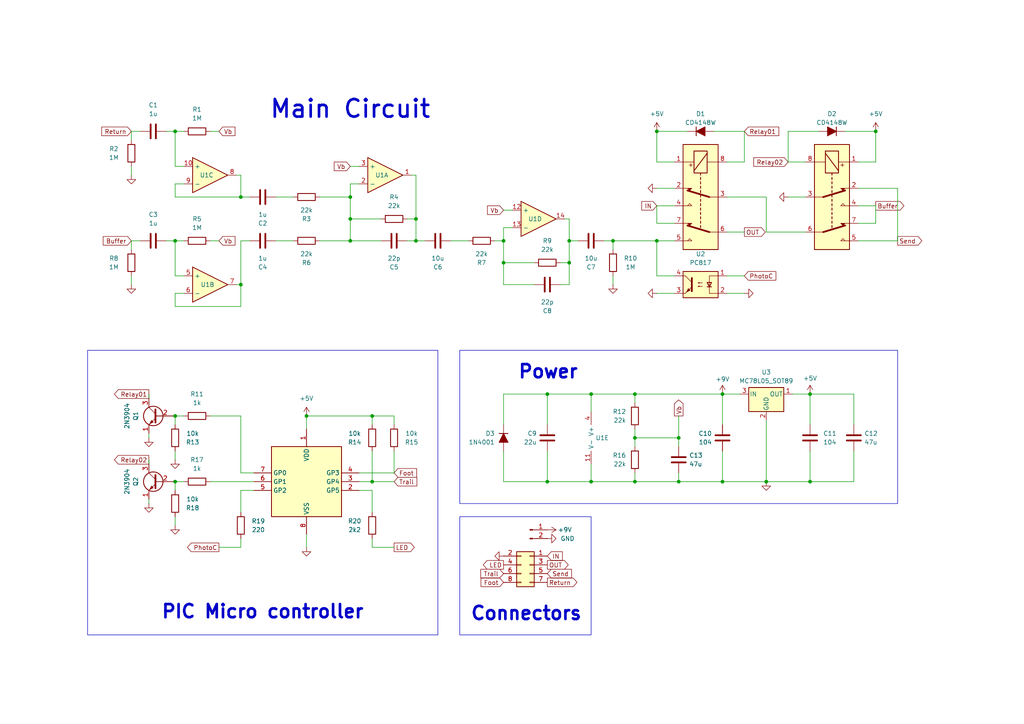
<source format=kicad_sch>
(kicad_sch (version 20250114) (generator "eeschema") (generator_version "9.0")
  (paper "A4")
  (title_block (title "TrailTrueBypass_PIC") (date "2025-05-18") (rev "2.0") (company "1x telescope"))
  (lib_symbols
    (symbol "Connector:Conn_01x02_Pin" (pin_names (offset 1.016) (hide yes))
      (property "Reference" "J" (at 0 2.54 0))
      (property "Value" "Conn_01x02_Pin" (at 0 -5.08 0))
      (symbol "Conn_01x02_Pin_1_1"
        (rectangle (start 0.8636 0.127) (end 0 -0.127) (stroke (width 0.1524)) (fill (type outline)))
        (rectangle (start 0.8636 -2.413) (end 0 -2.667) (stroke (width 0.1524)) (fill (type outline)))
        (polyline (pts (xy 1.27 0) (xy 0.8636 0)) (stroke (width 0.1524)))
        (polyline (pts (xy 1.27 -2.54) (xy 0.8636 -2.54)) (stroke (width 0.1524)))
        (pin passive line (at 5.08 0 180) (length 3.81) (name "Pin_1") (number "1"))
        (pin passive line (at 5.08 -2.54 180) (length 3.81) (name "Pin_2") (number "2"))
      )
    )
    (symbol "Connector_Generic:Conn_02x04_Odd_Even" (pin_names (offset 1.016) (hide yes))
      (property "Reference" "J" (at 1.27 5.08 0))
      (property "Value" "Conn_02x04_Odd_Even" (at 1.27 -7.62 0))
      (symbol "Conn_02x04_Odd_Even_1_1"
        (rectangle (start -1.27 3.81) (end 3.81 -6.35) (stroke (width 0.254)) (fill (type background)))
        (rectangle (start -1.27 2.667) (end 0 2.413) (stroke (width 0.1524)))
        (rectangle (start -1.27 0.127) (end 0 -0.127) (stroke (width 0.1524)))
        (rectangle (start -1.27 -2.413) (end 0 -2.667) (stroke (width 0.1524)))
        (rectangle (start -1.27 -4.953) (end 0 -5.207) (stroke (width 0.1524)))
        (rectangle (start 3.81 2.667) (end 2.54 2.413) (stroke (width 0.1524)))
        (rectangle (start 3.81 0.127) (end 2.54 -0.127) (stroke (width 0.1524)))
        (rectangle (start 3.81 -2.413) (end 2.54 -2.667) (stroke (width 0.1524)))
        (rectangle (start 3.81 -4.953) (end 2.54 -5.207) (stroke (width 0.1524)))
        (pin passive line (at -5.08 2.54 0) (length 3.81) (name "Pin_1") (number "1"))
        (pin passive line (at -5.08 0 0) (length 3.81) (name "Pin_3") (number "3"))
        (pin passive line (at -5.08 -2.54 0) (length 3.81) (name "Pin_5") (number "5"))
        (pin passive line (at -5.08 -5.08 0) (length 3.81) (name "Pin_7") (number "7"))
        (pin passive line (at 7.62 2.54 180) (length 3.81) (name "Pin_2") (number "2"))
        (pin passive line (at 7.62 0 180) (length 3.81) (name "Pin_4") (number "4"))
        (pin passive line (at 7.62 -2.54 180) (length 3.81) (name "Pin_6") (number "6"))
        (pin passive line (at 7.62 -5.08 180) (length 3.81) (name "Pin_8") (number "8"))
      )
    )
    (symbol "Device:C" (pin_numbers (hide yes)) (pin_names (offset 0.254))
      (property "Reference" "C" (at 0.635 2.54 0))
      (property "Value" "C" (at 0.635 -2.54 0))
      (symbol "C_0_1"
        (polyline (pts (xy -2.032 0.762) (xy 2.032 0.762)) (stroke (width 0.508)))
        (polyline (pts (xy -2.032 -0.762) (xy 2.032 -0.762)) (stroke (width 0.508)))
      )
      (symbol "C_1_1"
        (pin passive line (at 0 3.81 270) (length 2.794) (name "~") (number "1"))
        (pin passive line (at 0 -3.81 90) (length 2.794) (name "~") (number "2"))
      )
    )
    (symbol "Device:Opamp_Quad"
      (property "Reference" "U" (at 0 5.08 0))
      (property "Value" "Opamp_Quad" (at 0 -5.08 0))
      (symbol "Opamp_Quad_1_1"
        (polyline (pts (xy -5.08 5.08) (xy 5.08 0) (xy -5.08 -5.08) (xy -5.08 5.08)) (stroke (width 0.254)) (fill (type background)))
        (pin input line (at -7.62 2.54 0) (length 2.54) (name "+") (number "3"))
        (pin input line (at -7.62 -2.54 0) (length 2.54) (name "-") (number "2"))
        (pin output line (at 7.62 0 180) (length 2.54) (name "~") (number "1"))
      )
      (symbol "Opamp_Quad_2_1"
        (polyline (pts (xy -5.08 5.08) (xy 5.08 0) (xy -5.08 -5.08) (xy -5.08 5.08)) (stroke (width 0.254)) (fill (type background)))
        (pin input line (at -7.62 2.54 0) (length 2.54) (name "+") (number "5"))
        (pin input line (at -7.62 -2.54 0) (length 2.54) (name "-") (number "6"))
        (pin output line (at 7.62 0 180) (length 2.54) (name "~") (number "7"))
      )
      (symbol "Opamp_Quad_3_1"
        (polyline (pts (xy -5.08 5.08) (xy 5.08 0) (xy -5.08 -5.08) (xy -5.08 5.08)) (stroke (width 0.254)) (fill (type background)))
        (pin input line (at -7.62 2.54 0) (length 2.54) (name "+") (number "10"))
        (pin input line (at -7.62 -2.54 0) (length 2.54) (name "-") (number "9"))
        (pin output line (at 7.62 0 180) (length 2.54) (name "~") (number "8"))
      )
      (symbol "Opamp_Quad_4_1"
        (polyline (pts (xy -5.08 5.08) (xy 5.08 0) (xy -5.08 -5.08) (xy -5.08 5.08)) (stroke (width 0.254)) (fill (type background)))
        (pin input line (at -7.62 2.54 0) (length 2.54) (name "+") (number "12"))
        (pin input line (at -7.62 -2.54 0) (length 2.54) (name "-") (number "13"))
        (pin output line (at 7.62 0 180) (length 2.54) (name "~") (number "14"))
      )
      (symbol "Opamp_Quad_5_1"
        (pin power_in line (at -2.54 7.62 270) (length 3.81) (name "V+") (number "4"))
        (pin power_in line (at -2.54 -7.62 90) (length 3.81) (name "V-") (number "11"))
      )
    )
    (symbol "Device:R" (pin_numbers (hide yes)) (pin_names (offset 0))
      (property "Reference" "R" (at 2.032 0 90))
      (property "Value" "R" (at 0 0 90))
      (symbol "R_0_1"
        (rectangle (start -1.016 -2.54) (end 1.016 2.54) (stroke (width 0.254)))
      )
      (symbol "R_1_1"
        (pin passive line (at 0 3.81 270) (length 1.27) (name "~") (number "1"))
        (pin passive line (at 0 -3.81 90) (length 1.27) (name "~") (number "2"))
      )
    )
    (symbol "Isolator:PC817" (pin_names (offset 1.016))
      (property "Reference" "U" (at -5.08 5.08 0))
      (property "Value" "PC817" (at 0 5.08 0))
      (symbol "PC817_0_1"
        (rectangle (start -5.08 3.81) (end 5.08 -3.81) (stroke (width 0.254)) (fill (type background)))
        (polyline (pts (xy -5.08 2.54) (xy -2.54 2.54) (xy -2.54 -0.635)))
        (polyline (pts (xy -3.175 -0.635) (xy -1.905 -0.635)) (stroke (width 0.254)))
        (polyline (pts (xy -2.54 -0.635) (xy -2.54 -2.54) (xy -5.08 -2.54)))
        (polyline (pts (xy -2.54 -0.635) (xy -3.175 0.635) (xy -1.905 0.635) (xy -2.54 -0.635)) (stroke (width 0.254)))
        (polyline (pts (xy -0.508 0.508) (xy 0.762 0.508) (xy 0.381 0.381) (xy 0.381 0.635) (xy 0.762 0.508)))
        (polyline (pts (xy -0.508 -0.508) (xy 0.762 -0.508) (xy 0.381 -0.635) (xy 0.381 -0.381) (xy 0.762 -0.508)))
        (polyline (pts (xy 2.54 1.905) (xy 2.54 -1.905) (xy 2.54 -1.905)) (stroke (width 0.508)))
        (polyline (pts (xy 2.54 0.635) (xy 4.445 2.54)))
        (polyline (pts (xy 3.048 -1.651) (xy 3.556 -1.143) (xy 4.064 -2.159) (xy 3.048 -1.651) (xy 3.048 -1.651)) (fill (type outline)))
        (polyline (pts (xy 4.445 2.54) (xy 5.08 2.54)))
        (polyline (pts (xy 4.445 -2.54) (xy 2.54 -0.635)) (fill (type outline)))
        (polyline (pts (xy 4.445 -2.54) (xy 5.08 -2.54)))
      )
      (symbol "PC817_1_1"
        (pin passive line (at -7.62 2.54 0) (length 2.54) (name "~") (number "1"))
        (pin passive line (at -7.62 -2.54 0) (length 2.54) (name "~") (number "2"))
        (pin passive line (at 7.62 2.54 180) (length 2.54) (name "~") (number "4"))
        (pin passive line (at 7.62 -2.54 180) (length 2.54) (name "~") (number "3"))
      )
    )
    (symbol "MCU_Microchip_PIC12:PIC12F675-xP"
      (property "Reference" "U" (at 1.27 13.97 0))
      (property "Value" "PIC12F675-xP" (at 1.27 11.43 0))
      (symbol "PIC12F675-xP_0_1"
        (rectangle (start 10.16 -10.16) (end -10.16 10.16) (stroke (width 0.254)) (fill (type background)))
      )
      (symbol "PIC12F675-xP_1_1"
        (pin bidirectional line (at -15.24 2.54 0) (length 5.08) (name "GP0") (number "7"))
        (pin bidirectional line (at -15.24 0 0) (length 5.08) (name "GP1") (number "6"))
        (pin bidirectional line (at -15.24 -2.54 0) (length 5.08) (name "GP2") (number "5"))
        (pin power_in line (at 0 15.24 270) (length 5.08) (name "VDD") (number "1"))
        (pin power_in line (at 0 -15.24 90) (length 5.08) (name "VSS") (number "8"))
        (pin input line (at 15.24 2.54 180) (length 5.08) (name "GP3") (number "4"))
        (pin bidirectional line (at 15.24 0 180) (length 5.08) (name "GP4") (number "3"))
        (pin bidirectional line (at 15.24 -2.54 180) (length 5.08) (name "GP5") (number "2"))
      )
    )
    (symbol "PCM_Diode_AKL:1N4001" (pin_numbers (hide yes)) (pin_names (offset 1.016) (hide yes))
      (property "Reference" "D" (at 0 5.08 0))
      (property "Value" "1N4001" (at 0 2.54 0))
      (symbol "1N4001_0_1"
        (polyline (pts (xy -1.27 1.27) (xy -1.27 -1.27) (xy 1.27 0) (xy -1.27 1.27)) (stroke (width 0.254)) (fill (type outline)))
        (polyline (pts (xy -1.27 0) (xy 1.27 0)))
        (polyline (pts (xy 1.27 1.27) (xy 1.27 -1.27)) (stroke (width 0.254)))
      )
      (symbol "1N4001_1_1"
        (pin passive line (at -3.81 0 0) (length 2.54) (name "A") (number "2"))
        (pin passive line (at 3.81 0 180) (length 2.54) (name "K") (number "1"))
      )
    )
    (symbol "PCM_Diode_AKL:CD4148W" (pin_numbers (hide yes)) (pin_names (offset 1.016) (hide yes))
      (property "Reference" "D" (at 0 5.08 0))
      (property "Value" "CD4148W" (at 0 2.54 0))
      (symbol "CD4148W_0_1"
        (polyline (pts (xy -1.27 1.27) (xy -1.27 -1.27) (xy 1.27 0) (xy -1.27 1.27)) (stroke (width 0.254)) (fill (type outline)))
        (polyline (pts (xy -1.27 0) (xy 1.27 0)))
        (polyline (pts (xy 1.27 1.27) (xy 1.27 -1.27)) (stroke (width 0.254)))
      )
      (symbol "CD4148W_1_1"
        (pin passive line (at -3.81 0 0) (length 2.54) (name "A") (number "2"))
        (pin passive line (at 3.81 0 180) (length 2.54) (name "K") (number "1"))
      )
    )
    (symbol "Regulator_Linear:MC78L05_SOT89" (pin_names (offset 0.254))
      (property "Reference" "U" (at -3.81 3.175 0))
      (property "Value" "MC78L05_SOT89" (at -0.635 3.175 0))
      (symbol "MC78L05_SOT89_0_1"
        (rectangle (start -5.08 1.905) (end 5.08 -5.08) (stroke (width 0.254)) (fill (type background)))
      )
      (symbol "MC78L05_SOT89_1_1"
        (pin power_in line (at -7.62 0 0) (length 2.54) (name "IN") (number "3"))
        (pin power_in line (at 0 -7.62 90) (length 2.54) (name "GND") (number "2"))
        (pin power_out line (at 7.62 0 180) (length 2.54) (name "OUT") (number "1"))
      )
    )
    (symbol "Relay:G6K-2"
      (property "Reference" "K" (at 16.51 3.81 0))
      (property "Value" "G6K-2" (at 16.51 1.27 0))
      (symbol "G6K-2_0_0"
        (text "+" (at -9.271 2.921 0) (effects (font (size 1.27 1.27))))
      )
      (symbol "G6K-2_0_1"
        (rectangle (start -15.24 5.08) (end 15.24 -5.08) (stroke (width 0.254)) (fill (type background)))
        (rectangle (start -13.335 1.905) (end -6.985 -1.905) (stroke (width 0.254)))
        (polyline (pts (xy -12.7 -1.905) (xy -7.62 1.905)) (stroke (width 0.254)))
        (polyline (pts (xy -10.16 5.08) (xy -10.16 1.905)))
        (polyline (pts (xy -10.16 -5.08) (xy -10.16 -1.905)))
        (polyline (pts (xy -6.985 0) (xy -6.35 0)) (stroke (width 0.254)))
        (polyline (pts (xy -5.715 0) (xy -5.08 0)) (stroke (width 0.254)))
        (polyline (pts (xy -4.445 0) (xy -3.81 0)) (stroke (width 0.254)))
        (polyline (pts (xy -3.175 0) (xy -2.54 0)) (stroke (width 0.254)))
        (polyline (pts (xy -2.54 5.08) (xy -2.54 2.54) (xy -1.905 3.175) (xy -2.54 3.81)) (fill (type outline)))
        (polyline (pts (xy -1.905 0) (xy -1.27 0)) (stroke (width 0.254)))
        (polyline (pts (xy -0.635 0) (xy 0 0)) (stroke (width 0.254)))
        (polyline (pts (xy 0 -2.54) (xy -1.905 3.81)) (stroke (width 0.508)))
        (polyline (pts (xy 0 -2.54) (xy 0 -5.08)))
        (polyline (pts (xy 0.635 0) (xy 1.27 0)) (stroke (width 0.254)))
        (polyline (pts (xy 1.905 0) (xy 2.54 0)) (stroke (width 0.254)))
        (polyline (pts (xy 2.54 5.08) (xy 2.54 2.54) (xy 1.905 3.175) (xy 2.54 3.81)))
        (polyline (pts (xy 3.175 0) (xy 3.81 0)) (stroke (width 0.254)))
        (polyline (pts (xy 4.445 0) (xy 5.08 0)) (stroke (width 0.254)))
        (polyline (pts (xy 5.715 0) (xy 6.35 0)) (stroke (width 0.254)))
        (polyline (pts (xy 6.985 0) (xy 7.62 0)) (stroke (width 0.254)))
        (polyline (pts (xy 7.62 5.08) (xy 7.62 2.54) (xy 8.255 3.175) (xy 7.62 3.81)) (fill (type outline)))
        (polyline (pts (xy 8.255 0) (xy 8.89 0)) (stroke (width 0.254)))
        (polyline (pts (xy 10.16 -2.54) (xy 8.255 3.81)) (stroke (width 0.508)))
        (polyline (pts (xy 10.16 -2.54) (xy 10.16 -5.08)))
        (polyline (pts (xy 12.7 5.08) (xy 12.7 2.54) (xy 12.065 3.175) (xy 12.7 3.81)))
      )
      (symbol "G6K-2_1_1"
        (pin passive line (at -10.16 7.62 270) (length 2.54) (name "~") (number "1"))
        (pin passive line (at -10.16 -7.62 90) (length 2.54) (name "~") (number "8"))
        (pin passive line (at -2.54 7.62 270) (length 2.54) (name "~") (number "2"))
        (pin passive line (at 0 -7.62 90) (length 2.54) (name "~") (number "3"))
        (pin passive line (at 2.54 7.62 270) (length 2.54) (name "~") (number "4"))
        (pin passive line (at 7.62 7.62 270) (length 2.54) (name "~") (number "7"))
        (pin passive line (at 10.16 -7.62 90) (length 2.54) (name "~") (number "6"))
        (pin passive line (at 12.7 7.62 270) (length 2.54) (name "~") (number "5"))
      )
    )
    (symbol "Transistor_BJT:2N3904" (pin_names (offset 0) (hide yes))
      (property "Reference" "Q" (at 5.08 1.905 0))
      (property "Value" "2N3904" (at 5.08 0 0))
      (symbol "2N3904_0_1"
        (polyline (pts (xy 0.635 1.905) (xy 0.635 -1.905) (xy 0.635 -1.905)) (stroke (width 0.508)))
        (polyline (pts (xy 0.635 0.635) (xy 2.54 2.54)))
        (polyline (pts (xy 0.635 -0.635) (xy 2.54 -2.54) (xy 2.54 -2.54)))
        (circle (center 1.27 0) (radius 2.8194) (stroke (width 0.254)))
        (polyline (pts (xy 1.27 -1.778) (xy 1.778 -1.27) (xy 2.286 -2.286) (xy 1.27 -1.778) (xy 1.27 -1.778)) (fill (type outline)))
      )
      (symbol "2N3904_1_1"
        (pin passive line (at -5.08 0 0) (length 5.715) (name "B") (number "2"))
        (pin passive line (at 2.54 5.08 270) (length 2.54) (name "C") (number "3"))
        (pin passive line (at 2.54 -5.08 90) (length 2.54) (name "E") (number "1"))
      )
    )
    (symbol "power:+5V" (power) (pin_numbers (hide yes)) (pin_names (offset 0) (hide yes))
      (property "Value" "+5V" (at 0 3.556 0))
      (symbol "+5V_0_1"
        (polyline (pts (xy -0.762 1.27) (xy 0 2.54)))
        (polyline (pts (xy 0 2.54) (xy 0.762 1.27)))
        (polyline (pts (xy 0 0) (xy 0 2.54)))
      )
      (symbol "+5V_1_1"
        (pin power_in line (at 0 0 90) (length 0) (name "~") (number "1"))
      )
    )
    (symbol "power:+9V" (power) (pin_numbers (hide yes)) (pin_names (offset 0) (hide yes))
      (property "Value" "+9V" (at 0 3.556 0))
      (symbol "+9V_0_1"
        (polyline (pts (xy -0.762 1.27) (xy 0 2.54)))
        (polyline (pts (xy 0 2.54) (xy 0.762 1.27)))
        (polyline (pts (xy 0 0) (xy 0 2.54)))
      )
      (symbol "+9V_1_1"
        (pin power_in line (at 0 0 90) (length 0) (name "~") (number "1"))
      )
    )
    (symbol "power:GND" (power) (pin_numbers (hide yes)) (pin_names (offset 0) (hide yes))
      (property "Value" "GND" (at 0 -3.81 0))
      (symbol "GND_0_1"
        (polyline (pts (xy 0 0) (xy 0 -1.27) (xy 1.27 -1.27) (xy 0 -2.54) (xy -1.27 -1.27) (xy 0 -1.27)))
      )
      (symbol "GND_1_1"
        (pin power_in line (at 0 0 270) (length 0) (name "~") (number "1"))
      )
    )
  )
  (rectangle (start 25.4 101.6) (end 127 184.15))
  (rectangle (start 133.35 149.86) (end 171.45 184.15))
  (rectangle (start 133.35 101.6) (end 260.35 146.05))
  (text "Main Circuit" (at 101.6 31.75 0) (effects (font (size 5.08 5.08) (thickness 0.762) (bold yes))))
  (text "Connectors" (at 152.654 178.054 0) (effects (font (size 3.81 3.81) (thickness 0.762) (bold yes))))
  (text "Power" (at 159.004 107.95 0) (effects (font (size 3.81 3.81) (thickness 0.762) (bold yes))))
  (text "PIC Micro controller" (at 76.2 177.546 0) (effects (font (size 3.81 3.81) (thickness 0.762) (bold yes))))
  (junction (at 222.25 139.7))
  (junction (at 184.15 139.7))
  (junction (at 88.9 120.65))
  (junction (at 190.5 38.1))
  (junction (at 50.8 69.85))
  (junction (at 146.05 69.85))
  (junction (at 190.5 69.85))
  (junction (at 69.85 57.15))
  (junction (at 196.85 139.7))
  (junction (at 101.6 69.85))
  (junction (at 158.75 114.3))
  (junction (at 120.65 69.85))
  (junction (at 101.6 63.5))
  (junction (at 107.95 120.65))
  (junction (at 120.65 63.5))
  (junction (at 50.8 120.65))
  (junction (at 171.45 139.7))
  (junction (at 184.15 114.3))
  (junction (at 171.45 114.3))
  (junction (at 165.1 76.2))
  (junction (at 254 38.1))
  (junction (at 158.75 139.7))
  (junction (at 50.8 139.7))
  (junction (at 209.55 139.7))
  (junction (at 146.05 76.2))
  (junction (at 50.8 38.1))
  (junction (at 107.95 139.7))
  (junction (at 165.1 69.85))
  (junction (at 234.95 139.7))
  (junction (at 184.15 127))
  (junction (at 69.85 82.55))
  (junction (at 196.85 127))
  (junction (at 209.55 114.3))
  (junction (at 101.6 57.15))
  (junction (at 234.95 114.3))
  (junction (at 177.8 69.85))
  (wire (pts (xy 171.45 119.38) (xy 171.45 114.3)))
  (wire (pts (xy 72.39 57.15) (xy 69.85 57.15)))
  (wire (pts (xy 215.9 38.1) (xy 215.9 46.99)))
  (wire (pts (xy 247.65 130.81) (xy 247.65 139.7)))
  (wire (pts (xy 209.55 139.7) (xy 222.25 139.7)))
  (wire (pts (xy 120.65 63.5) (xy 118.11 63.5)))
  (wire (pts (xy 50.8 139.7) (xy 50.8 142.24)))
  (wire (pts (xy 260.35 54.61) (xy 248.92 54.61)))
  (wire (pts (xy 120.65 50.8) (xy 120.65 63.5)))
  (wire (pts (xy 101.6 53.34) (xy 104.14 53.34)))
  (wire (pts (xy 101.6 48.26) (xy 104.14 48.26)))
  (wire (pts (xy 107.95 158.75) (xy 107.95 156.21)))
  (wire (pts (xy 110.49 63.5) (xy 101.6 63.5)))
  (wire (pts (xy 107.95 139.7) (xy 114.3 139.7)))
  (wire (pts (xy 184.15 114.3) (xy 171.45 114.3)))
  (wire (pts (xy 53.34 48.26) (xy 50.8 48.26)))
  (wire (pts (xy 69.85 120.65) (xy 69.85 137.16)))
  (wire (pts (xy 260.35 54.61) (xy 260.35 69.85)))
  (wire (pts (xy 228.6 38.1) (xy 228.6 46.99)))
  (wire (pts (xy 130.81 69.85) (xy 135.89 69.85)))
  (wire (pts (xy 247.65 114.3) (xy 247.65 123.19)))
  (wire (pts (xy 184.15 124.46) (xy 184.15 127)))
  (wire (pts (xy 50.8 69.85) (xy 50.8 80.01)))
  (wire (pts (xy 162.56 76.2) (xy 165.1 76.2)))
  (wire (pts (xy 119.38 50.8) (xy 120.65 50.8)))
  (wire (pts (xy 38.1 82.55) (xy 38.1 80.01)))
  (wire (pts (xy 63.5 158.75) (xy 69.85 158.75)))
  (wire (pts (xy 48.26 69.85) (xy 50.8 69.85)))
  (wire (pts (xy 146.05 123.19) (xy 146.05 114.3)))
  (wire (pts (xy 190.5 80.01) (xy 190.5 69.85)))
  (wire (pts (xy 184.15 114.3) (xy 184.15 116.84)))
  (wire (pts (xy 209.55 130.81) (xy 209.55 139.7)))
  (wire (pts (xy 69.85 142.24) (xy 73.66 142.24)))
  (wire (pts (xy 107.95 120.65) (xy 107.95 123.19)))
  (wire (pts (xy 104.14 142.24) (xy 107.95 142.24)))
  (wire (pts (xy 196.85 137.16) (xy 196.85 139.7)))
  (wire (pts (xy 143.51 69.85) (xy 146.05 69.85)))
  (wire (pts (xy 101.6 53.34) (xy 101.6 57.15)))
  (wire (pts (xy 88.9 120.65) (xy 88.9 124.46)))
  (wire (pts (xy 247.65 114.3) (xy 234.95 114.3)))
  (wire (pts (xy 190.5 59.69) (xy 190.5 64.77)))
  (wire (pts (xy 248.92 59.69) (xy 254 59.69)))
  (wire (pts (xy 120.65 69.85) (xy 120.65 63.5)))
  (wire (pts (xy 190.5 46.99) (xy 195.58 46.99)))
  (wire (pts (xy 190.5 69.85) (xy 195.58 69.85)))
  (wire (pts (xy 38.1 48.26) (xy 38.1 50.8)))
  (wire (pts (xy 50.8 53.34) (xy 53.34 53.34)))
  (wire (pts (xy 222.25 139.7) (xy 234.95 139.7)))
  (wire (pts (xy 63.5 69.85) (xy 60.96 69.85)))
  (wire (pts (xy 222.25 67.31) (xy 233.68 67.31)))
  (wire (pts (xy 80.01 69.85) (xy 85.09 69.85)))
  (wire (pts (xy 177.8 69.85) (xy 177.8 72.39)))
  (wire (pts (xy 228.6 57.15) (xy 233.68 57.15)))
  (wire (pts (xy 190.5 38.1) (xy 190.5 46.99)))
  (wire (pts (xy 215.9 80.01) (xy 210.82 80.01)))
  (wire (pts (xy 107.95 142.24) (xy 107.95 148.59)))
  (wire (pts (xy 50.8 69.85) (xy 53.34 69.85)))
  (wire (pts (xy 50.8 38.1) (xy 53.34 38.1)))
  (wire (pts (xy 118.11 69.85) (xy 120.65 69.85)))
  (wire (pts (xy 190.5 64.77) (xy 195.58 64.77)))
  (wire (pts (xy 146.05 66.04) (xy 146.05 69.85)))
  (wire (pts (xy 190.5 85.09) (xy 195.58 85.09)))
  (wire (pts (xy 50.8 139.7) (xy 53.34 139.7)))
  (wire (pts (xy 80.01 57.15) (xy 85.09 57.15)))
  (wire (pts (xy 50.8 120.65) (xy 50.8 123.19)))
  (wire (pts (xy 69.85 158.75) (xy 69.85 156.21)))
  (wire (pts (xy 165.1 63.5) (xy 163.83 63.5)))
  (wire (pts (xy 146.05 60.96) (xy 148.59 60.96)))
  (wire (pts (xy 146.05 130.81) (xy 146.05 139.7)))
  (wire (pts (xy 210.82 67.31) (xy 215.9 67.31)))
  (wire (pts (xy 88.9 158.75) (xy 88.9 154.94)))
  (wire (pts (xy 165.1 69.85) (xy 165.1 63.5)))
  (wire (pts (xy 69.85 69.85) (xy 72.39 69.85)))
  (wire (pts (xy 92.71 69.85) (xy 101.6 69.85)))
  (wire (pts (xy 222.25 121.92) (xy 222.25 139.7)))
  (wire (pts (xy 158.75 139.7) (xy 146.05 139.7)))
  (wire (pts (xy 50.8 85.09) (xy 53.34 85.09)))
  (wire (pts (xy 260.35 69.85) (xy 248.92 69.85)))
  (wire (pts (xy 50.8 152.4) (xy 50.8 149.86)))
  (wire (pts (xy 69.85 120.65) (xy 60.96 120.65)))
  (wire (pts (xy 184.15 127) (xy 196.85 127)))
  (wire (pts (xy 146.05 66.04) (xy 148.59 66.04)))
  (wire (pts (xy 209.55 114.3) (xy 214.63 114.3)))
  (wire (pts (xy 254 38.1) (xy 254 46.99)))
  (wire (pts (xy 237.49 38.1) (xy 228.6 38.1)))
  (wire (pts (xy 165.1 82.55) (xy 165.1 76.2)))
  (wire (pts (xy 88.9 120.65) (xy 107.95 120.65)))
  (wire (pts (xy 38.1 69.85) (xy 38.1 72.39)))
  (wire (pts (xy 43.18 127) (xy 43.18 125.73)))
  (wire (pts (xy 207.01 38.1) (xy 215.9 38.1)))
  (wire (pts (xy 38.1 38.1) (xy 38.1 40.64)))
  (wire (pts (xy 158.75 114.3) (xy 171.45 114.3)))
  (wire (pts (xy 158.75 130.81) (xy 158.75 139.7)))
  (wire (pts (xy 69.85 82.55) (xy 69.85 88.9)))
  (wire (pts (xy 114.3 130.81) (xy 114.3 137.16)))
  (wire (pts (xy 234.95 130.81) (xy 234.95 139.7)))
  (wire (pts (xy 165.1 69.85) (xy 167.64 69.85)))
  (wire (pts (xy 69.85 137.16) (xy 73.66 137.16)))
  (wire (pts (xy 48.26 38.1) (xy 50.8 38.1)))
  (wire (pts (xy 50.8 38.1) (xy 50.8 48.26)))
  (wire (pts (xy 215.9 46.99) (xy 210.82 46.99)))
  (wire (pts (xy 104.14 137.16) (xy 114.3 137.16)))
  (wire (pts (xy 184.15 127) (xy 184.15 129.54)))
  (wire (pts (xy 190.5 59.69) (xy 195.58 59.69)))
  (wire (pts (xy 177.8 69.85) (xy 190.5 69.85)))
  (wire (pts (xy 195.58 80.01) (xy 190.5 80.01)))
  (wire (pts (xy 43.18 114.3) (xy 43.18 115.57)))
  (wire (pts (xy 210.82 57.15) (xy 222.25 57.15)))
  (wire (pts (xy 229.87 114.3) (xy 234.95 114.3)))
  (wire (pts (xy 50.8 133.35) (xy 50.8 130.81)))
  (wire (pts (xy 196.85 120.65) (xy 196.85 127)))
  (wire (pts (xy 234.95 139.7) (xy 247.65 139.7)))
  (wire (pts (xy 165.1 76.2) (xy 165.1 69.85)))
  (wire (pts (xy 107.95 130.81) (xy 107.95 139.7)))
  (wire (pts (xy 69.85 57.15) (xy 69.85 50.8)))
  (wire (pts (xy 50.8 88.9) (xy 50.8 85.09)))
  (wire (pts (xy 50.8 120.65) (xy 53.34 120.65)))
  (wire (pts (xy 184.15 139.7) (xy 171.45 139.7)))
  (wire (pts (xy 68.58 50.8) (xy 69.85 50.8)))
  (wire (pts (xy 158.75 114.3) (xy 158.75 123.19)))
  (wire (pts (xy 245.11 38.1) (xy 254 38.1)))
  (wire (pts (xy 196.85 139.7) (xy 209.55 139.7)))
  (wire (pts (xy 254 64.77) (xy 248.92 64.77)))
  (wire (pts (xy 50.8 80.01) (xy 53.34 80.01)))
  (wire (pts (xy 177.8 82.55) (xy 177.8 80.01)))
  (wire (pts (xy 209.55 114.3) (xy 184.15 114.3)))
  (wire (pts (xy 146.05 82.55) (xy 146.05 76.2)))
  (wire (pts (xy 190.5 38.1) (xy 199.39 38.1)))
  (wire (pts (xy 110.49 69.85) (xy 101.6 69.85)))
  (wire (pts (xy 50.8 53.34) (xy 50.8 57.15)))
  (wire (pts (xy 92.71 57.15) (xy 101.6 57.15)))
  (wire (pts (xy 101.6 63.5) (xy 101.6 69.85)))
  (wire (pts (xy 175.26 69.85) (xy 177.8 69.85)))
  (wire (pts (xy 234.95 114.3) (xy 234.95 123.19)))
  (wire (pts (xy 254 59.69) (xy 254 64.77)))
  (wire (pts (xy 43.18 146.05) (xy 43.18 144.78)))
  (wire (pts (xy 50.8 57.15) (xy 69.85 57.15)))
  (wire (pts (xy 171.45 134.62) (xy 171.45 139.7)))
  (wire (pts (xy 69.85 148.59) (xy 69.85 142.24)))
  (wire (pts (xy 38.1 38.1) (xy 40.64 38.1)))
  (wire (pts (xy 146.05 114.3) (xy 158.75 114.3)))
  (wire (pts (xy 63.5 38.1) (xy 60.96 38.1)))
  (wire (pts (xy 228.6 46.99) (xy 233.68 46.99)))
  (wire (pts (xy 222.25 57.15) (xy 222.25 67.31)))
  (wire (pts (xy 101.6 57.15) (xy 101.6 63.5)))
  (wire (pts (xy 120.65 69.85) (xy 123.19 69.85)))
  (wire (pts (xy 209.55 114.3) (xy 209.55 123.19)))
  (wire (pts (xy 190.5 54.61) (xy 195.58 54.61)))
  (wire (pts (xy 158.75 139.7) (xy 171.45 139.7)))
  (wire (pts (xy 210.82 85.09) (xy 215.9 85.09)))
  (wire (pts (xy 154.94 82.55) (xy 146.05 82.55)))
  (wire (pts (xy 69.85 88.9) (xy 50.8 88.9)))
  (wire (pts (xy 146.05 69.85) (xy 146.05 76.2)))
  (wire (pts (xy 43.18 133.35) (xy 43.18 134.62)))
  (wire (pts (xy 184.15 137.16) (xy 184.15 139.7)))
  (wire (pts (xy 114.3 120.65) (xy 114.3 123.19)))
  (wire (pts (xy 38.1 69.85) (xy 40.64 69.85)))
  (wire (pts (xy 60.96 139.7) (xy 73.66 139.7)))
  (wire (pts (xy 69.85 82.55) (xy 68.58 82.55)))
  (wire (pts (xy 69.85 69.85) (xy 69.85 82.55)))
  (wire (pts (xy 104.14 139.7) (xy 107.95 139.7)))
  (wire (pts (xy 162.56 82.55) (xy 165.1 82.55)))
  (wire (pts (xy 254 46.99) (xy 248.92 46.99)))
  (wire (pts (xy 196.85 139.7) (xy 184.15 139.7)))
  (wire (pts (xy 196.85 127) (xy 196.85 129.54)))
  (wire (pts (xy 107.95 120.65) (xy 114.3 120.65)))
  (wire (pts (xy 154.94 76.2) (xy 146.05 76.2)))
  (wire (pts (xy 114.3 158.75) (xy 107.95 158.75)))
  (global_label "LED" (shape output) (at 114.3 158.75 0) (property "Intersheetrefs" "${INTERSHEET_REFS}" (effects (hide yes))))
  (global_label "Relay02" (shape output) (at 43.18 133.35 180) (property "Intersheetrefs" "${INTERSHEET_REFS}" (effects (hide yes))))
  (global_label "Return" (shape input) (at 38.1 38.1 180) (property "Intersheetrefs" "${INTERSHEET_REFS}" (effects (hide yes))))
  (global_label "Trail" (shape input) (at 146.05 166.37 180) (property "Intersheetrefs" "${INTERSHEET_REFS}" (effects (hide yes))))
  (global_label "Vb" (shape output) (at 196.85 120.65 90) (property "Intersheetrefs" "${INTERSHEET_REFS}" (effects (hide yes))))
  (global_label "IN" (shape input) (at 158.75 161.29 0) (property "Intersheetrefs" "${INTERSHEET_REFS}" (effects (hide yes))))
  (global_label "OUT" (shape output) (at 215.9 67.31 0) (property "Intersheetrefs" "${INTERSHEET_REFS}" (effects (hide yes))))
  (global_label "Send" (shape output) (at 260.35 69.85 0) (property "Intersheetrefs" "${INTERSHEET_REFS}" (effects (hide yes))))
  (global_label "OUT" (shape output) (at 158.75 163.83 0) (property "Intersheetrefs" "${INTERSHEET_REFS}" (effects (hide yes))))
  (global_label "Vb" (shape input) (at 63.5 38.1 0) (property "Intersheetrefs" "${INTERSHEET_REFS}" (effects (hide yes))))
  (global_label "Vb" (shape input) (at 146.05 60.96 180) (property "Intersheetrefs" "${INTERSHEET_REFS}" (effects (hide yes))))
  (global_label "LED" (shape output) (at 146.05 163.83 180) (property "Intersheetrefs" "${INTERSHEET_REFS}" (effects (hide yes))))
  (global_label "Relay01" (shape input) (at 215.9 38.1 0) (property "Intersheetrefs" "${INTERSHEET_REFS}" (effects (hide yes))))
  (global_label "Trail" (shape input) (at 114.3 139.7 0) (property "Intersheetrefs" "${INTERSHEET_REFS}" (effects (hide yes))))
  (global_label "Vb" (shape input) (at 101.6 48.26 180) (property "Intersheetrefs" "${INTERSHEET_REFS}" (effects (hide yes))))
  (global_label "Foot" (shape input) (at 146.05 168.91 180) (property "Intersheetrefs" "${INTERSHEET_REFS}" (effects (hide yes))))
  (global_label "Return" (shape output) (at 158.75 168.91 0) (property "Intersheetrefs" "${INTERSHEET_REFS}" (effects (hide yes))))
  (global_label "IN" (shape input) (at 190.5 59.69 180) (property "Intersheetrefs" "${INTERSHEET_REFS}" (effects (hide yes))))
  (global_label "Foot" (shape input) (at 114.3 137.16 0) (property "Intersheetrefs" "${INTERSHEET_REFS}" (effects (hide yes))))
  (global_label "Relay02" (shape input) (at 228.6 46.99 180) (property "Intersheetrefs" "${INTERSHEET_REFS}" (effects (hide yes))))
  (global_label "Buffer" (shape input) (at 38.1 69.85 180) (property "Intersheetrefs" "${INTERSHEET_REFS}" (effects (hide yes))))
  (global_label "Buffer" (shape output) (at 254 59.69 0) (property "Intersheetrefs" "${INTERSHEET_REFS}" (effects (hide yes))))
  (global_label "Send" (shape input) (at 158.75 166.37 0) (property "Intersheetrefs" "${INTERSHEET_REFS}" (effects (hide yes))))
  (global_label "PhotoC" (shape output) (at 63.5 158.75 180) (property "Intersheetrefs" "${INTERSHEET_REFS}" (effects (hide yes))))
  (global_label "PhotoC" (shape input) (at 215.9 80.01 0) (property "Intersheetrefs" "${INTERSHEET_REFS}" (effects (hide yes))))
  (global_label "Relay01" (shape output) (at 43.18 114.3 180) (property "Intersheetrefs" "${INTERSHEET_REFS}" (effects (hide yes))))
  (global_label "Vb" (shape input) (at 63.5 69.85 0) (property "Intersheetrefs" "${INTERSHEET_REFS}" (effects (hide yes))))
  (symbol (lib_id "Device:Opamp_Quad") (at 60.96 50.8 0) (unit 3)
    (property "Reference" "U1" (at 59.944 50.8 0))
    (property "Value" "Opamp_Quad" (effects (hide yes)))
    (property "Footprint" "Package_SO:SOIC-14_3.9x8.7mm_P1.27mm" (effects (hide yes)))
    (property "Description" "Quad operational amplifier" (effects (hide yes)))
    (property "Sim.Library" "${KICAD7_SYMBOL_DIR}/Simulation_SPICE.sp" (effects (hide yes)))
    (property "Sim.Name" "kicad_builtin_opamp_quad" (effects (hide yes)))
    (property "Sim.Device" "SUBCKT" (effects (hide yes)))
    (property "Sim.Pins" "1=out1 2=in1- 3=in1+ 4=vcc 5=in2+ 6=in2- 7=out2 8=out3 9=in3- 10=in3+ 11=vee 12=in4+ 13=in4- 14=out4" (effects (hide yes)))
  )
  (symbol (lib_id "Device:R") (at 57.15 69.85 90) (unit 1)
    (property "Reference" "R5" (at 57.15 63.5 90))
    (property "Value" "1M" (at 57.15 66.04 90))
    (property "Footprint" "Resistor_SMD:R_0603_1608Metric" (effects (hide yes)))
    (property "Description" "Resistor" (effects (hide yes)))
  )
  (symbol (lib_id "power:+9V") (at 209.55 114.3 0) (unit 1)
    (property "Reference" "#PWR010" (effects (hide yes)))
    (property "Value" "+9V" (at 207.518 109.982 0) (effects (justify left)))
    (property "Description" "Power symbol creates a global label with name \"+9V\"" (effects (hide yes)))
  )
  (symbol (lib_id "Device:R") (at 69.85 152.4 0) (mirror x) (unit 1)
    (property "Reference" "R19" (at 74.93 151.13 0))
    (property "Value" "220" (at 74.93 153.67 0))
    (property "Footprint" "Resistor_SMD:R_0603_1608Metric" (effects (hide yes)))
    (property "Description" "Resistor" (effects (hide yes)))
  )
  (symbol (lib_id "Device:C") (at 234.95 127 0) (unit 1)
    (property "Reference" "C11" (at 238.76 125.7299 0) (effects (justify left)))
    (property "Value" "104" (at 238.76 128.2699 0) (effects (justify left)))
    (property "Footprint" "Capacitor_SMD:C_0402_1005Metric" (effects (hide yes)))
    (property "Description" "Unpolarized capacitor" (effects (hide yes)))
  )
  (symbol (lib_id "power:GND") (at 215.9 85.09 90) (mirror x) (unit 1)
    (property "Reference" "#PWR09" (effects (hide yes)))
    (property "Value" "GND" (effects (hide yes)))
    (property "Description" "Power symbol creates a global label with name \"GND\" , ground" (effects (hide yes)))
  )
  (symbol (lib_id "Device:Opamp_Quad") (at 168.91 127 0) (mirror y) (unit 5)
    (property "Reference" "U1" (at 172.72 126.9999 0) (effects (justify right)))
    (property "Value" "Opamp_Quad" (effects (hide yes)))
    (property "Footprint" "Package_SO:SOIC-14_3.9x8.7mm_P1.27mm" (effects (hide yes)))
    (property "Description" "Quad operational amplifier" (effects (hide yes)))
    (property "Sim.Library" "${KICAD7_SYMBOL_DIR}/Simulation_SPICE.sp" (effects (hide yes)))
    (property "Sim.Name" "kicad_builtin_opamp_quad" (effects (hide yes)))
    (property "Sim.Device" "SUBCKT" (effects (hide yes)))
    (property "Sim.Pins" "1=out1 2=in1- 3=in1+ 4=vcc 5=in2+ 6=in2- 7=out2 8=out3 9=in3- 10=in3+ 11=vee 12=in4+ 13=in4- 14=out4" (effects (hide yes)))
  )
  (symbol (lib_id "power:GND") (at 43.18 146.05 0) (unit 1)
    (property "Reference" "#PWR016" (effects (hide yes)))
    (property "Value" "GND" (effects (hide yes)))
    (property "Description" "Power symbol creates a global label with name \"GND\" , ground" (effects (hide yes)))
  )
  (symbol (lib_id "Device:R") (at 88.9 57.15 90) (mirror x) (unit 1)
    (property "Reference" "R3" (at 88.9 63.5 90))
    (property "Value" "22k" (at 88.9 60.96 90))
    (property "Footprint" "Resistor_SMD:R_0603_1608Metric" (effects (hide yes)))
    (property "Description" "Resistor" (effects (hide yes)))
  )
  (symbol (lib_id "Transistor_BJT:2N3904") (at 45.72 139.7 0) (mirror y) (unit 1)
    (property "Reference" "Q2" (at 39.37 139.7 90))
    (property "Value" "2N3904" (at 36.83 139.7 90))
    (property "Footprint" "1xtelescope:MMBT3904" (effects (hide yes)))
    (property "Datasheet" "https://www.onsemi.com/pub/Collateral/2N3903-D.PDF" (effects (hide yes)))
    (property "Description" "0.2A Ic, 40V Vce, Small Signal NPN Transistor, TO-92" (effects (hide yes)))
  )
  (symbol (lib_id "Device:C") (at 76.2 57.15 90) (mirror x) (unit 1)
    (property "Reference" "C2" (at 76.2 64.77 90))
    (property "Value" "1u" (at 76.2 62.23 90))
    (property "Footprint" "Capacitor_SMD:C_1206_3216Metric_Pad1.33x1.80mm_HandSolder" (effects (hide yes)))
    (property "Description" "Unpolarized capacitor" (effects (hide yes)))
  )
  (symbol (lib_id "Device:R") (at 107.95 152.4 0) (mirror y) (unit 1)
    (property "Reference" "R20" (at 102.87 151.13 0))
    (property "Value" "2k2" (at 102.87 153.67 0))
    (property "Footprint" "Resistor_SMD:R_0603_1608Metric" (effects (hide yes)))
    (property "Description" "Resistor" (effects (hide yes)))
  )
  (symbol (lib_id "power:GND") (at 222.25 139.7 0) (unit 1)
    (property "Reference" "#PWR015" (effects (hide yes)))
    (property "Value" "GND" (effects (hide yes)))
    (property "Description" "Power symbol creates a global label with name \"GND\" , ground" (effects (hide yes)))
  )
  (symbol (lib_id "Device:R") (at 158.75 76.2 90) (unit 1)
    (property "Reference" "R9" (at 158.75 69.85 90))
    (property "Value" "22k" (at 158.75 72.39 90))
    (property "Footprint" "Resistor_SMD:R_0603_1608Metric" (effects (hide yes)))
    (property "Description" "Resistor" (effects (hide yes)))
  )
  (symbol (lib_id "power:GND") (at 146.05 161.29 270) (unit 1)
    (property "Reference" "#PWR021" (effects (hide yes)))
    (property "Value" "GND" (effects (hide yes)))
    (property "Description" "Power symbol creates a global label with name \"GND\" , ground" (effects (hide yes)))
  )
  (symbol (lib_id "Connector_Generic:Conn_02x04_Odd_Even") (at 153.67 163.83 0) (mirror y) (unit 1)
    (property "Reference" "J2" (effects (hide yes)))
    (property "Value" "Conn_02x04_Top_Bottom" (effects (hide yes)))
    (property "Footprint" "Connector_PinHeader_2.54mm:PinHeader_2x04_P2.54mm_Vertical" (effects (hide yes)))
    (property "Description" "Generic connector, double row, 02x04, odd/even pin numbering scheme (row 1 odd numbers, row 2 even numbers), script generated (kicad-library-utils/schlib/autogen/connector/)" (effects (hide yes)))
  )
  (symbol (lib_id "Device:R") (at 57.15 120.65 90) (unit 1)
    (property "Reference" "R11" (at 57.15 114.3 90))
    (property "Value" "1k" (at 57.15 116.84 90))
    (property "Footprint" "Resistor_SMD:R_0603_1608Metric" (effects (hide yes)))
    (property "Description" "Resistor" (effects (hide yes)))
  )
  (symbol (lib_id "Device:C") (at 196.85 133.35 0) (unit 1)
    (property "Reference" "C13" (at 199.898 132.08 0) (effects (justify left)))
    (property "Value" "47u" (at 199.898 134.62 0) (effects (justify left)))
    (property "Footprint" "Capacitor_SMD:C_1812_4532Metric_Pad1.57x3.40mm_HandSolder" (effects (hide yes)))
    (property "Description" "Unpolarized capacitor" (effects (hide yes)))
  )
  (symbol (lib_id "power:GND") (at 50.8 133.35 0) (unit 1)
    (property "Reference" "#PWR014" (effects (hide yes)))
    (property "Value" "GND" (effects (hide yes)))
    (property "Description" "Power symbol creates a global label with name \"GND\" , ground" (effects (hide yes)))
  )
  (symbol (lib_id "power:GND") (at 43.18 127 0) (unit 1)
    (property "Reference" "#PWR013" (effects (hide yes)))
    (property "Value" "GND" (effects (hide yes)))
    (property "Description" "Power symbol creates a global label with name \"GND\" , ground" (effects (hide yes)))
  )
  (symbol (lib_id "power:+5V") (at 254 38.1 0) (unit 1)
    (property "Reference" "#PWR02" (effects (hide yes)))
    (property "Value" "+5V" (at 254 33.02 0))
    (property "Description" "Power symbol creates a global label with name \"+5V\"" (effects (hide yes)))
  )
  (symbol (lib_id "power:GND") (at 158.75 156.21 90) (mirror x) (unit 1)
    (property "Reference" "#PWR019" (effects (hide yes)))
    (property "Value" "GND" (at 162.56 156.2099 90) (effects (justify right)))
    (property "Description" "Power symbol creates a global label with name \"GND\" , ground" (effects (hide yes)))
  )
  (symbol (lib_id "Device:R") (at 57.15 139.7 90) (unit 1)
    (property "Reference" "R17" (at 57.15 133.35 90))
    (property "Value" "1k" (at 57.15 135.89 90))
    (property "Footprint" "Resistor_SMD:R_0603_1608Metric" (effects (hide yes)))
    (property "Description" "Resistor" (effects (hide yes)))
  )
  (symbol (lib_id "Device:R") (at 184.15 133.35 0) (mirror x) (unit 1)
    (property "Reference" "R16" (at 181.61 132.0799 0) (effects (justify right)))
    (property "Value" "22k" (at 181.61 134.6199 0) (effects (justify right)))
    (property "Footprint" "Resistor_SMD:R_0805_2012Metric" (effects (hide yes)))
    (property "Description" "Resistor" (effects (hide yes)))
  )
  (symbol (lib_id "power:GND") (at 38.1 82.55 0) (unit 1)
    (property "Reference" "#PWR06" (effects (hide yes)))
    (property "Value" "GND" (effects (hide yes)))
    (property "Description" "Power symbol creates a global label with name \"GND\" , ground" (effects (hide yes)))
  )
  (symbol (lib_id "Device:R") (at 38.1 44.45 180) (unit 1)
    (property "Reference" "R2" (at 33.02 43.18 0))
    (property "Value" "1M" (at 33.02 45.72 0))
    (property "Footprint" "Resistor_SMD:R_0603_1608Metric" (effects (hide yes)))
    (property "Description" "Resistor" (effects (hide yes)))
  )
  (symbol (lib_id "Device:R") (at 38.1 76.2 180) (unit 1)
    (property "Reference" "R8" (at 33.02 74.93 0))
    (property "Value" "1M" (at 33.02 77.47 0))
    (property "Footprint" "Resistor_SMD:R_0603_1608Metric" (effects (hide yes)))
    (property "Description" "Resistor" (effects (hide yes)))
  )
  (symbol (lib_id "Relay:G6K-2") (at 203.2 57.15 90) (mirror x) (unit 1)
    (property "Reference" "K1" (effects (hide yes)))
    (property "Value" "G6S-2" (effects (hide yes)))
    (property "Footprint" "Relay_SMD:Relay_DPDT_Omron_G6K-2F-Y" (effects (hide yes)))
    (property "Datasheet" "http://omronfs.omron.com/en_US/ecb/products/pdf/en-g6k.pdf" (effects (hide yes)))
    (property "Description" "Miniature 2-pole relay, Single-side Stable" (effects (hide yes)))
  )
  (symbol (lib_id "Device:C") (at 114.3 69.85 90) (mirror x) (unit 1)
    (property "Reference" "C5" (at 114.3 77.47 90))
    (property "Value" "22p" (at 114.3 74.93 90))
    (property "Footprint" "Capacitor_SMD:C_0402_1005Metric" (effects (hide yes)))
    (property "Description" "Unpolarized capacitor" (effects (hide yes)))
  )
  (symbol (lib_id "MCU_Microchip_PIC12:PIC12F675-xP") (at 88.9 139.7 0) (unit 1)
    (property "Reference" "U4" (effects (hide yes)))
    (property "Value" "PIC12F675-xP" (effects (hide yes)))
    (property "Footprint" "Package_DIP:DIP-8_W7.62mm_Socket" (effects (hide yes)))
    (property "Datasheet" "https://ww1.microchip.com/downloads/en/DeviceDoc/41190G.pdf" (effects (hide yes)))
    (property "Description" "1024W Flash, 64B SRAM, 128B EEPROM, PDIP-8" (effects (hide yes)))
  )
  (symbol (lib_id "Device:R") (at 50.8 127 0) (mirror x) (unit 1)
    (property "Reference" "R13" (at 55.88 128.27 0))
    (property "Value" "10k" (at 55.88 125.73 0))
    (property "Footprint" "Resistor_SMD:R_0603_1608Metric" (effects (hide yes)))
    (property "Description" "Resistor" (effects (hide yes)))
  )
  (symbol (lib_id "Device:R") (at 114.3 63.5 90) (unit 1)
    (property "Reference" "R4" (at 114.3 57.15 90))
    (property "Value" "22k" (at 114.3 59.69 90))
    (property "Footprint" "Resistor_SMD:R_0603_1608Metric" (effects (hide yes)))
    (property "Description" "Resistor" (effects (hide yes)))
  )
  (symbol (lib_id "Device:C") (at 44.45 69.85 90) (unit 1)
    (property "Reference" "C3" (at 44.45 62.23 90))
    (property "Value" "1u" (at 44.45 64.77 90))
    (property "Footprint" "Capacitor_SMD:C_1206_3216Metric_Pad1.33x1.80mm_HandSolder" (effects (hide yes)))
    (property "Description" "Unpolarized capacitor" (effects (hide yes)))
  )
  (symbol (lib_id "power:+9V") (at 158.75 153.67 270) (unit 1)
    (property "Reference" "#PWR018" (effects (hide yes)))
    (property "Value" "+9V" (at 161.798 153.67 90) (effects (justify left)))
    (property "Description" "Power symbol creates a global label with name \"+9V\"" (effects (hide yes)))
  )
  (symbol (lib_id "Device:R") (at 139.7 69.85 270) (unit 1)
    (property "Reference" "R7" (at 139.7 76.2 90))
    (property "Value" "22k" (at 139.7 73.66 90))
    (property "Footprint" "Resistor_SMD:R_0603_1608Metric" (effects (hide yes)))
    (property "Description" "Resistor" (effects (hide yes)))
  )
  (symbol (lib_id "Device:R") (at 107.95 127 180) (unit 1)
    (property "Reference" "R14" (at 102.87 128.27 0))
    (property "Value" "10k" (at 102.87 125.73 0))
    (property "Footprint" "Resistor_SMD:R_0603_1608Metric" (effects (hide yes)))
    (property "Description" "Resistor" (effects (hide yes)))
  )
  (symbol (lib_id "power:+5V") (at 88.9 120.65 0) (unit 1)
    (property "Reference" "#PWR012" (effects (hide yes)))
    (property "Value" "+5V" (at 88.9 115.57 0))
    (property "Description" "Power symbol creates a global label with name \"+5V\"" (effects (hide yes)))
  )
  (symbol (lib_id "Device:R") (at 114.3 127 0) (mirror x) (unit 1)
    (property "Reference" "R15" (at 119.38 128.27 0))
    (property "Value" "10k" (at 119.38 125.73 0))
    (property "Footprint" "Resistor_SMD:R_0603_1608Metric" (effects (hide yes)))
    (property "Description" "Resistor" (effects (hide yes)))
  )
  (symbol (lib_id "Transistor_BJT:2N3904") (at 45.72 120.65 0) (mirror y) (unit 1)
    (property "Reference" "Q1" (at 39.37 120.65 90))
    (property "Value" "2N3904" (at 36.83 120.65 90))
    (property "Footprint" "1xtelescope:MMBT3904" (effects (hide yes)))
    (property "Datasheet" "https://www.onsemi.com/pub/Collateral/2N3903-D.PDF" (effects (hide yes)))
    (property "Description" "0.2A Ic, 40V Vce, Small Signal NPN Transistor, TO-92" (effects (hide yes)))
  )
  (symbol (lib_id "power:GND") (at 50.8 152.4 0) (unit 1)
    (property "Reference" "#PWR017" (effects (hide yes)))
    (property "Value" "GND" (effects (hide yes)))
    (property "Description" "Power symbol creates a global label with name \"GND\" , ground" (effects (hide yes)))
  )
  (symbol (lib_id "power:+5V") (at 190.5 38.1 0) (mirror y) (unit 1)
    (property "Reference" "#PWR01" (effects (hide yes)))
    (property "Value" "+5V" (at 190.5 33.02 0))
    (property "Description" "Power symbol creates a global label with name \"+5V\"" (effects (hide yes)))
  )
  (symbol (lib_id "Device:Opamp_Quad") (at 60.96 82.55 0) (unit 2)
    (property "Reference" "U1" (at 60.198 82.55 0))
    (property "Value" "Opamp_Quad" (effects (hide yes)))
    (property "Footprint" "Package_SO:SOIC-14_3.9x8.7mm_P1.27mm" (effects (hide yes)))
    (property "Description" "Quad operational amplifier" (effects (hide yes)))
    (property "Sim.Library" "${KICAD7_SYMBOL_DIR}/Simulation_SPICE.sp" (effects (hide yes)))
    (property "Sim.Name" "kicad_builtin_opamp_quad" (effects (hide yes)))
    (property "Sim.Device" "SUBCKT" (effects (hide yes)))
    (property "Sim.Pins" "1=out1 2=in1- 3=in1+ 4=vcc 5=in2+ 6=in2- 7=out2 8=out3 9=in3- 10=in3+ 11=vee 12=in4+ 13=in4- 14=out4" (effects (hide yes)))
  )
  (symbol (lib_id "Device:Opamp_Quad") (at 111.76 50.8 0) (unit 1)
    (property "Reference" "U1" (at 110.744 50.8 0))
    (property "Value" "Opamp_Quad" (effects (hide yes)))
    (property "Footprint" "Package_SO:SOIC-14_3.9x8.7mm_P1.27mm" (effects (hide yes)))
    (property "Description" "Quad operational amplifier" (effects (hide yes)))
    (property "Sim.Library" "${KICAD7_SYMBOL_DIR}/Simulation_SPICE.sp" (effects (hide yes)))
    (property "Sim.Name" "kicad_builtin_opamp_quad" (effects (hide yes)))
    (property "Sim.Device" "SUBCKT" (effects (hide yes)))
    (property "Sim.Pins" "1=out1 2=in1- 3=in1+ 4=vcc 5=in2+ 6=in2- 7=out2 8=out3 9=in3- 10=in3+ 11=vee 12=in4+ 13=in4- 14=out4" (effects (hide yes)))
  )
  (symbol (lib_id "Connector:Conn_01x02_Pin") (at 153.67 153.67 0) (unit 1)
    (property "Reference" "J1" (effects (hide yes)))
    (property "Value" "Conn_01x05_Pin" (effects (hide yes)))
    (property "Footprint" "Connector_PinHeader_2.54mm:PinHeader_1x02_P2.54mm_Vertical" (effects (hide yes)))
    (property "Description" "Generic connector, single row, 01x02, script generated" (effects (hide yes)))
  )
  (symbol (lib_id "Isolator:PC817") (at 203.2 82.55 0) (mirror y) (unit 1)
    (property "Reference" "U2" (at 203.2 73.66 0))
    (property "Value" "PC817" (at 203.2 76.2 0))
    (property "Footprint" "Package_DIP:DIP-4_W7.62mm" (effects (hide yes)))
    (property "Datasheet" "http://www.soselectronic.cz/a_info/resource/d/pc817.pdf" (effects (hide yes)))
    (property "Description" "DC Optocoupler, Vce 35V, CTR 50-300%, DIP-4" (effects (hide yes)))
  )
  (symbol (lib_id "power:+5V") (at 234.95 114.3 0) (unit 1)
    (property "Reference" "#PWR011" (effects (hide yes)))
    (property "Value" "+5V" (at 232.918 109.728 0) (effects (justify left)))
    (property "Description" "Power symbol creates a global label with name \"+5V\"" (effects (hide yes)))
  )
  (symbol (lib_id "Relay:G6K-2") (at 241.3 57.15 270) (unit 1)
    (property "Reference" "K2" (effects (hide yes)))
    (property "Value" "G6S-2" (effects (hide yes)))
    (property "Footprint" "Relay_SMD:Relay_DPDT_Omron_G6K-2F-Y" (effects (hide yes)))
    (property "Datasheet" "http://omronfs.omron.com/en_US/ecb/products/pdf/en-g6k.pdf" (effects (hide yes)))
    (property "Description" "Miniature 2-pole relay, Single-side Stable" (effects (hide yes)))
  )
  (symbol (lib_id "power:GND") (at 38.1 50.8 0) (unit 1)
    (property "Reference" "#PWR03" (effects (hide yes)))
    (property "Value" "GND" (effects (hide yes)))
    (property "Description" "Power symbol creates a global label with name \"GND\" , ground" (effects (hide yes)))
  )
  (symbol (lib_id "PCM_Diode_AKL:1N4001") (at 146.05 127 270) (mirror x) (unit 1)
    (property "Reference" "D3" (at 143.51 125.7299 90) (effects (justify right)))
    (property "Value" "1N4001" (at 143.51 128.2699 90) (effects (justify right)))
    (property "Footprint" "Diode_SMD:D_SOD-123" (effects (hide yes)))
    (property "Datasheet" "https://www.tme.eu/Document/5f8ffc5ac30fc86bac97d66040bf5502/1n400x.pdf" (effects (hide yes)))
    (property "Description" "DO-41 Diode, Rectifier, 50V 1A, Alternate KiCad Library" (effects (hide yes)))
  )
  (symbol (lib_id "Regulator_Linear:MC78L05_SOT89") (at 222.25 114.3 0) (unit 1)
    (property "Reference" "U3" (at 222.25 107.95 0))
    (property "Value" "MC78L05_SOT89" (at 222.25 110.49 0))
    (property "Footprint" "Package_TO_SOT_SMD:SOT-89-3" (effects (hide yes)))
    (property "Datasheet" "https://www.onsemi.com/pub/Collateral/MC78L00A-D.PDF" (effects (hide yes)))
    (property "Description" "Positive 100mA 30V Linear Regulator, Fixed Output 5V, SOT-89" (effects (hide yes)))
  )
  (symbol (lib_id "PCM_Diode_AKL:CD4148W") (at 241.3 38.1 0) (mirror x) (unit 1)
    (property "Reference" "D2" (at 241.3 33.02 0))
    (property "Value" "CD4148W" (at 241.3 35.56 0))
    (property "Footprint" "Diode_SMD:D_SOD-323" (effects (hide yes)))
    (property "Datasheet" "https://datasheet.octopart.com/CD4148WS%280805C%29-Diodes-Inc.-datasheet-23752567.pdf" (effects (hide yes)))
    (property "Description" "1206 Diode, Small Signal, Fast Switching, 75V, 150mA, 4ns, Alternate KiCad Library" (effects (hide yes)))
  )
  (symbol (lib_id "Device:C") (at 44.45 38.1 90) (unit 1)
    (property "Reference" "C1" (at 44.45 30.48 90))
    (property "Value" "1u" (at 44.45 33.02 90))
    (property "Footprint" "Capacitor_SMD:C_1206_3216Metric_Pad1.33x1.80mm_HandSolder" (effects (hide yes)))
    (property "Description" "Unpolarized capacitor" (effects (hide yes)))
  )
  (symbol (lib_id "Device:R") (at 184.15 120.65 0) (mirror x) (unit 1)
    (property "Reference" "R12" (at 181.61 119.3799 0) (effects (justify right)))
    (property "Value" "22k" (at 181.61 121.9199 0) (effects (justify right)))
    (property "Footprint" "Resistor_SMD:R_0805_2012Metric" (effects (hide yes)))
    (property "Description" "Resistor" (effects (hide yes)))
  )
  (symbol (lib_id "Device:C") (at 158.75 82.55 90) (mirror x) (unit 1)
    (property "Reference" "C8" (at 158.75 90.17 90))
    (property "Value" "22p" (at 158.75 87.63 90))
    (property "Footprint" "Capacitor_SMD:C_0402_1005Metric" (effects (hide yes)))
    (property "Description" "Unpolarized capacitor" (effects (hide yes)))
  )
  (symbol (lib_id "Device:C") (at 209.55 127 0) (mirror y) (unit 1)
    (property "Reference" "C10" (at 206.502 125.73 0) (effects (justify left)))
    (property "Value" "104" (at 206.502 128.27 0) (effects (justify left)))
    (property "Footprint" "Capacitor_SMD:C_0402_1005Metric" (effects (hide yes)))
    (property "Description" "Unpolarized capacitor" (effects (hide yes)))
  )
  (symbol (lib_id "Device:R") (at 88.9 69.85 90) (mirror x) (unit 1)
    (property "Reference" "R6" (at 88.9 76.2 90))
    (property "Value" "22k" (at 88.9 73.66 90))
    (property "Footprint" "Resistor_SMD:R_0603_1608Metric" (effects (hide yes)))
    (property "Description" "Resistor" (effects (hide yes)))
  )
  (symbol (lib_id "Device:C") (at 158.75 127 0) (mirror y) (unit 1)
    (property "Reference" "C9" (at 155.702 125.73 0) (effects (justify left)))
    (property "Value" "22u" (at 155.702 128.27 0) (effects (justify left)))
    (property "Footprint" "Capacitor_SMD:C_0805_2012Metric" (effects (hide yes)))
    (property "Description" "Unpolarized capacitor" (effects (hide yes)))
  )
  (symbol (lib_id "power:GND") (at 88.9 158.75 0) (unit 1)
    (property "Reference" "#PWR020" (effects (hide yes)))
    (property "Value" "GND" (effects (hide yes)))
    (property "Description" "Power symbol creates a global label with name \"GND\" , ground" (effects (hide yes)))
  )
  (symbol (lib_id "PCM_Diode_AKL:CD4148W") (at 203.2 38.1 180) (unit 1)
    (property "Reference" "D1" (at 203.2 33.02 0))
    (property "Value" "CD4148W" (at 203.2 35.56 0))
    (property "Footprint" "Diode_SMD:D_SOD-323" (effects (hide yes)))
    (property "Datasheet" "https://datasheet.octopart.com/CD4148WS%280805C%29-Diodes-Inc.-datasheet-23752567.pdf" (effects (hide yes)))
    (property "Description" "1206 Diode, Small Signal, Fast Switching, 75V, 150mA, 4ns, Alternate KiCad Library" (effects (hide yes)))
  )
  (symbol (lib_id "Device:R") (at 50.8 146.05 0) (mirror x) (unit 1)
    (property "Reference" "R18" (at 55.88 147.32 0))
    (property "Value" "10k" (at 55.88 144.78 0))
    (property "Footprint" "Resistor_SMD:R_0603_1608Metric" (effects (hide yes)))
    (property "Description" "Resistor" (effects (hide yes)))
  )
  (symbol (lib_id "Device:C") (at 127 69.85 90) (mirror x) (unit 1)
    (property "Reference" "C6" (at 127 77.47 90))
    (property "Value" "10u" (at 127 74.93 90))
    (property "Footprint" "Capacitor_SMD:C_1812_4532Metric_Pad1.57x3.40mm_HandSolder" (effects (hide yes)))
    (property "Description" "Unpolarized capacitor" (effects (hide yes)))
  )
  (symbol (lib_id "Device:R") (at 177.8 76.2 0) (mirror x) (unit 1)
    (property "Reference" "R10" (at 182.88 74.93 0))
    (property "Value" "1M" (at 182.88 77.47 0))
    (property "Footprint" "Resistor_SMD:R_0603_1608Metric" (effects (hide yes)))
    (property "Description" "Resistor" (effects (hide yes)))
  )
  (symbol (lib_id "power:GND") (at 228.6 57.15 270) (mirror x) (unit 1)
    (property "Reference" "#PWR05" (effects (hide yes)))
    (property "Value" "GND" (effects (hide yes)))
    (property "Description" "Power symbol creates a global label with name \"GND\" , ground" (effects (hide yes)))
  )
  (symbol (lib_id "power:GND") (at 190.5 85.09 270) (mirror x) (unit 1)
    (property "Reference" "#PWR08" (effects (hide yes)))
    (property "Value" "GND" (effects (hide yes)))
    (property "Description" "Power symbol creates a global label with name \"GND\" , ground" (effects (hide yes)))
  )
  (symbol (lib_id "Device:Opamp_Quad") (at 156.21 63.5 0) (unit 4)
    (property "Reference" "U1" (at 155.194 63.5 0))
    (property "Value" "Opamp_Quad" (effects (hide yes)))
    (property "Footprint" "Package_SO:SOIC-14_3.9x8.7mm_P1.27mm" (effects (hide yes)))
    (property "Description" "Quad operational amplifier" (effects (hide yes)))
    (property "Sim.Library" "${KICAD7_SYMBOL_DIR}/Simulation_SPICE.sp" (effects (hide yes)))
    (property "Sim.Name" "kicad_builtin_opamp_quad" (effects (hide yes)))
    (property "Sim.Device" "SUBCKT" (effects (hide yes)))
    (property "Sim.Pins" "1=out1 2=in1- 3=in1+ 4=vcc 5=in2+ 6=in2- 7=out2 8=out3 9=in3- 10=in3+ 11=vee 12=in4+ 13=in4- 14=out4" (effects (hide yes)))
  )
  (symbol (lib_id "power:GND") (at 190.5 54.61 270) (mirror x) (unit 1)
    (property "Reference" "#PWR04" (effects (hide yes)))
    (property "Value" "GND" (effects (hide yes)))
    (property "Description" "Power symbol creates a global label with name \"GND\" , ground" (effects (hide yes)))
  )
  (symbol (lib_id "Device:C") (at 247.65 127 0) (unit 1)
    (property "Reference" "C12" (at 250.698 125.73 0) (effects (justify left)))
    (property "Value" "47u" (at 250.698 128.27 0) (effects (justify left)))
    (property "Footprint" "Capacitor_SMD:C_1206_3216Metric" (effects (hide yes)))
    (property "Description" "Unpolarized capacitor" (effects (hide yes)))
  )
  (symbol (lib_id "Device:C") (at 171.45 69.85 270) (unit 1)
    (property "Reference" "C7" (at 171.45 77.47 90))
    (property "Value" "10u" (at 171.45 74.93 90))
    (property "Footprint" "Capacitor_SMD:C_1812_4532Metric_Pad1.57x3.40mm_HandSolder" (effects (hide yes)))
    (property "Description" "Unpolarized capacitor" (effects (hide yes)))
  )
  (symbol (lib_id "Device:R") (at 57.15 38.1 90) (unit 1)
    (property "Reference" "R1" (at 57.15 31.75 90))
    (property "Value" "1M" (at 57.15 34.29 90))
    (property "Footprint" "Resistor_SMD:R_0603_1608Metric" (effects (hide yes)))
    (property "Description" "Resistor" (effects (hide yes)))
  )
  (symbol (lib_id "power:GND") (at 177.8 82.55 0) (mirror y) (unit 1)
    (property "Reference" "#PWR07" (effects (hide yes)))
    (property "Value" "GND" (effects (hide yes)))
    (property "Description" "Power symbol creates a global label with name \"GND\" , ground" (effects (hide yes)))
  )
  (symbol (lib_id "Device:C") (at 76.2 69.85 90) (mirror x) (unit 1)
    (property "Reference" "C4" (at 76.2 77.47 90))
    (property "Value" "1u" (at 76.2 74.93 90))
    (property "Footprint" "Capacitor_SMD:C_1206_3216Metric_Pad1.33x1.80mm_HandSolder" (effects (hide yes)))
    (property "Description" "Unpolarized capacitor" (effects (hide yes)))
  )
)
</source>
